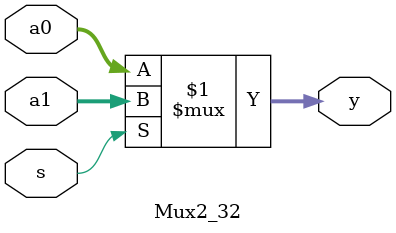
<source format=v>
`timescale 1ns / 1ps
module Mux2_32(
    input [31:0] a0,a1,
	 input s,
	 output [31:0] y
    );
	 assign y = s ? a1 : a0;


endmodule
</source>
